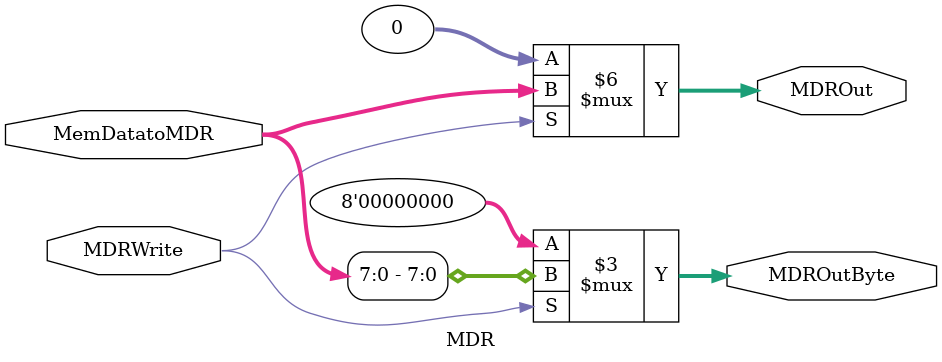
<source format=v>
module MDR(
    input wire [31:0] MemDatatoMDR,
    input wire MDRWrite,
    output reg [31:0] MDROut,
    output reg [7:0] MDROutByte
);
    always @(*) begin
        case (MDRWrite)
            1'b1: begin
                MDROut = MemDatatoMDR;
                MDROutByte = MemDatatoMDR[7:0];
            end
            default: begin
               
                MDROut = 32'b0;        // Defina MDROut como zero
                MDROutByte = 8'b0;     // Defina MDROutByte como zero

            end
        endcase
    end
endmodule

</source>
